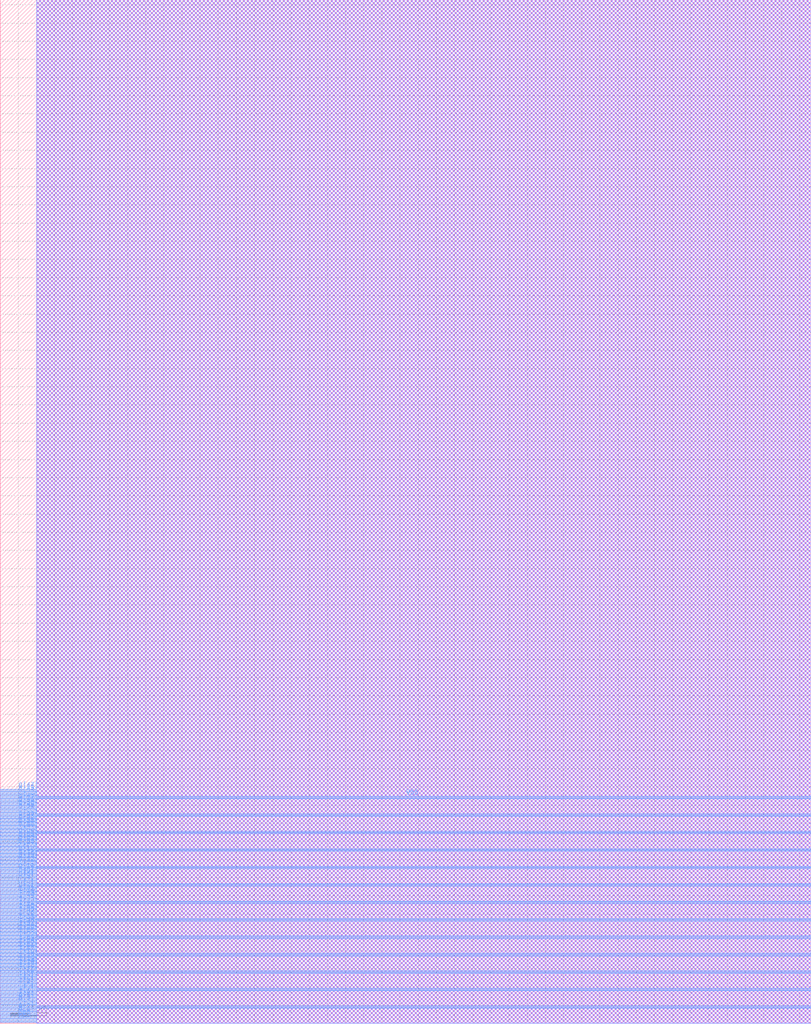
<source format=lef>
VERSION 5.6 ;
BUSBITCHARS "[]" ;
DIVIDERCHAR "/" ;

MACRO SRAM1RW256x48
  CLASS BLOCK ;
  ORIGIN 0 0 ;
  FOREIGN SRAM1RW256x48 0 0 ;
  SIZE 89.248 BY 112.552 ;
  SYMMETRY X Y ;
  SITE coreSite ;
  PIN VDD
    DIRECTION INOUT ;
    USE POWER ;
    PORT 
      LAYER M4 ;
        RECT 0.0 1.632 89.248 1.728 ;
        RECT 0.0 3.552 89.248 3.648 ;
        RECT 0.0 5.472 89.248 5.568 ;
        RECT 0.0 7.392 89.248 7.488 ;
        RECT 0.0 9.312 89.248 9.408 ;
        RECT 0.0 11.232 89.248 11.328 ;
        RECT 0.0 13.152 89.248 13.248 ;
        RECT 0.0 15.072 89.248 15.168 ;
        RECT 0.0 16.992 89.248 17.088 ;
        RECT 0.0 18.912 89.248 19.008 ;
        RECT 0.0 20.832 89.248 20.928 ;
        RECT 0.0 22.752 89.248 22.848 ;
        RECT 0.0 24.672 89.248 24.768 ;
    END 
  END VDD
  PIN VSS
    DIRECTION INOUT ;
    USE GROUND ;
    PORT 
      LAYER M4 ;
        RECT 0.0 1.824 89.248 1.92 ;
        RECT 0.0 3.744 89.248 3.84 ;
        RECT 0.0 5.664 89.248 5.76 ;
        RECT 0.0 7.584 89.248 7.68 ;
        RECT 0.0 9.504 89.248 9.6 ;
        RECT 0.0 11.424 89.248 11.52 ;
        RECT 0.0 13.344 89.248 13.44 ;
        RECT 0.0 15.264 89.248 15.36 ;
        RECT 0.0 17.184 89.248 17.28 ;
        RECT 0.0 19.104 89.248 19.2 ;
        RECT 0.0 21.024 89.248 21.12 ;
        RECT 0.0 22.944 89.248 23.04 ;
        RECT 0.0 24.864 89.248 24.96 ;
    END 
  END VSS
  PIN CE
    DIRECTION INPUT ;
    USE SIGNAL ;
    PORT 
      LAYER M4 ;
        RECT 0.0 0.096 4.0 0.192 ;
    END 
  END CE
  PIN WEB
    DIRECTION INPUT ;
    USE SIGNAL ;
    PORT 
      LAYER M4 ;
        RECT 0.0 0.288 4.0 0.384 ;
    END 
  END WEB
  PIN OEB
    DIRECTION INPUT ;
    USE SIGNAL ;
    PORT 
      LAYER M4 ;
        RECT 0.0 0.48 4.0 0.576 ;
    END 
  END OEB
  PIN CSB
    DIRECTION INPUT ;
    USE SIGNAL ;
    PORT 
      LAYER M4 ;
        RECT 0.0 0.672 4.0 0.768 ;
    END 
  END CSB
  PIN A[0]
    DIRECTION INPUT ;
    USE SIGNAL ;
    PORT 
      LAYER M4 ;
        RECT 0.0 0.864 4.0 0.96 ;
    END 
  END A[0]
  PIN A[1]
    DIRECTION INPUT ;
    USE SIGNAL ;
    PORT 
      LAYER M4 ;
        RECT 0.0 1.056 4.0 1.152 ;
    END 
  END A[1]
  PIN A[2]
    DIRECTION INPUT ;
    USE SIGNAL ;
    PORT 
      LAYER M4 ;
        RECT 0.0 1.248 4.0 1.344 ;
    END 
  END A[2]
  PIN A[3]
    DIRECTION INPUT ;
    USE SIGNAL ;
    PORT 
      LAYER M4 ;
        RECT 0.0 1.44 4.0 1.536 ;
    END 
  END A[3]
  PIN A[4]
    DIRECTION INPUT ;
    USE SIGNAL ;
    PORT 
      LAYER M4 ;
        RECT 0.0 2.016 4.0 2.112 ;
    END 
  END A[4]
  PIN A[5]
    DIRECTION INPUT ;
    USE SIGNAL ;
    PORT 
      LAYER M4 ;
        RECT 0.0 2.208 4.0 2.304 ;
    END 
  END A[5]
  PIN A[6]
    DIRECTION INPUT ;
    USE SIGNAL ;
    PORT 
      LAYER M4 ;
        RECT 0.0 2.4 4.0 2.496 ;
    END 
  END A[6]
  PIN A[7]
    DIRECTION INPUT ;
    USE SIGNAL ;
    PORT 
      LAYER M4 ;
        RECT 0.0 2.592 4.0 2.688 ;
    END 
  END A[7]
  PIN I[0]
    DIRECTION INPUT ;
    USE SIGNAL ;
    PORT 
      LAYER M4 ;
        RECT 0.0 2.784 4.0 2.88 ;
    END 
  END I[0]
  PIN I[1]
    DIRECTION INPUT ;
    USE SIGNAL ;
    PORT 
      LAYER M4 ;
        RECT 0.0 2.976 4.0 3.072 ;
    END 
  END I[1]
  PIN I[2]
    DIRECTION INPUT ;
    USE SIGNAL ;
    PORT 
      LAYER M4 ;
        RECT 0.0 3.168 4.0 3.264 ;
    END 
  END I[2]
  PIN I[3]
    DIRECTION INPUT ;
    USE SIGNAL ;
    PORT 
      LAYER M4 ;
        RECT 0.0 3.36 4.0 3.456 ;
    END 
  END I[3]
  PIN I[4]
    DIRECTION INPUT ;
    USE SIGNAL ;
    PORT 
      LAYER M4 ;
        RECT 0.0 3.936 4.0 4.032 ;
    END 
  END I[4]
  PIN I[5]
    DIRECTION INPUT ;
    USE SIGNAL ;
    PORT 
      LAYER M4 ;
        RECT 0.0 4.128 4.0 4.224 ;
    END 
  END I[5]
  PIN I[6]
    DIRECTION INPUT ;
    USE SIGNAL ;
    PORT 
      LAYER M4 ;
        RECT 0.0 4.32 4.0 4.416 ;
    END 
  END I[6]
  PIN I[7]
    DIRECTION INPUT ;
    USE SIGNAL ;
    PORT 
      LAYER M4 ;
        RECT 0.0 4.512 4.0 4.608 ;
    END 
  END I[7]
  PIN I[8]
    DIRECTION INPUT ;
    USE SIGNAL ;
    PORT 
      LAYER M4 ;
        RECT 0.0 4.704 4.0 4.8 ;
    END 
  END I[8]
  PIN I[9]
    DIRECTION INPUT ;
    USE SIGNAL ;
    PORT 
      LAYER M4 ;
        RECT 0.0 4.896 4.0 4.992 ;
    END 
  END I[9]
  PIN I[10]
    DIRECTION INPUT ;
    USE SIGNAL ;
    PORT 
      LAYER M4 ;
        RECT 0.0 5.088 4.0 5.184 ;
    END 
  END I[10]
  PIN I[11]
    DIRECTION INPUT ;
    USE SIGNAL ;
    PORT 
      LAYER M4 ;
        RECT 0.0 5.28 4.0 5.376 ;
    END 
  END I[11]
  PIN I[12]
    DIRECTION INPUT ;
    USE SIGNAL ;
    PORT 
      LAYER M4 ;
        RECT 0.0 5.856 4.0 5.952 ;
    END 
  END I[12]
  PIN I[13]
    DIRECTION INPUT ;
    USE SIGNAL ;
    PORT 
      LAYER M4 ;
        RECT 0.0 6.048 4.0 6.144 ;
    END 
  END I[13]
  PIN I[14]
    DIRECTION INPUT ;
    USE SIGNAL ;
    PORT 
      LAYER M4 ;
        RECT 0.0 6.24 4.0 6.336 ;
    END 
  END I[14]
  PIN I[15]
    DIRECTION INPUT ;
    USE SIGNAL ;
    PORT 
      LAYER M4 ;
        RECT 0.0 6.432 4.0 6.528 ;
    END 
  END I[15]
  PIN I[16]
    DIRECTION INPUT ;
    USE SIGNAL ;
    PORT 
      LAYER M4 ;
        RECT 0.0 6.624 4.0 6.72 ;
    END 
  END I[16]
  PIN I[17]
    DIRECTION INPUT ;
    USE SIGNAL ;
    PORT 
      LAYER M4 ;
        RECT 0.0 6.816 4.0 6.912 ;
    END 
  END I[17]
  PIN I[18]
    DIRECTION INPUT ;
    USE SIGNAL ;
    PORT 
      LAYER M4 ;
        RECT 0.0 7.008 4.0 7.104 ;
    END 
  END I[18]
  PIN I[19]
    DIRECTION INPUT ;
    USE SIGNAL ;
    PORT 
      LAYER M4 ;
        RECT 0.0 7.2 4.0 7.296 ;
    END 
  END I[19]
  PIN I[20]
    DIRECTION INPUT ;
    USE SIGNAL ;
    PORT 
      LAYER M4 ;
        RECT 0.0 7.776 4.0 7.872 ;
    END 
  END I[20]
  PIN I[21]
    DIRECTION INPUT ;
    USE SIGNAL ;
    PORT 
      LAYER M4 ;
        RECT 0.0 7.968 4.0 8.064 ;
    END 
  END I[21]
  PIN I[22]
    DIRECTION INPUT ;
    USE SIGNAL ;
    PORT 
      LAYER M4 ;
        RECT 0.0 8.16 4.0 8.256 ;
    END 
  END I[22]
  PIN I[23]
    DIRECTION INPUT ;
    USE SIGNAL ;
    PORT 
      LAYER M4 ;
        RECT 0.0 8.352 4.0 8.448 ;
    END 
  END I[23]
  PIN I[24]
    DIRECTION INPUT ;
    USE SIGNAL ;
    PORT 
      LAYER M4 ;
        RECT 0.0 8.544 4.0 8.64 ;
    END 
  END I[24]
  PIN I[25]
    DIRECTION INPUT ;
    USE SIGNAL ;
    PORT 
      LAYER M4 ;
        RECT 0.0 8.736 4.0 8.832 ;
    END 
  END I[25]
  PIN I[26]
    DIRECTION INPUT ;
    USE SIGNAL ;
    PORT 
      LAYER M4 ;
        RECT 0.0 8.928 4.0 9.024 ;
    END 
  END I[26]
  PIN I[27]
    DIRECTION INPUT ;
    USE SIGNAL ;
    PORT 
      LAYER M4 ;
        RECT 0.0 9.12 4.0 9.216 ;
    END 
  END I[27]
  PIN I[28]
    DIRECTION INPUT ;
    USE SIGNAL ;
    PORT 
      LAYER M4 ;
        RECT 0.0 9.696 4.0 9.792 ;
    END 
  END I[28]
  PIN I[29]
    DIRECTION INPUT ;
    USE SIGNAL ;
    PORT 
      LAYER M4 ;
        RECT 0.0 9.888 4.0 9.984 ;
    END 
  END I[29]
  PIN I[30]
    DIRECTION INPUT ;
    USE SIGNAL ;
    PORT 
      LAYER M4 ;
        RECT 0.0 10.08 4.0 10.176 ;
    END 
  END I[30]
  PIN I[31]
    DIRECTION INPUT ;
    USE SIGNAL ;
    PORT 
      LAYER M4 ;
        RECT 0.0 10.272 4.0 10.368 ;
    END 
  END I[31]
  PIN I[32]
    DIRECTION INPUT ;
    USE SIGNAL ;
    PORT 
      LAYER M4 ;
        RECT 0.0 10.464 4.0 10.56 ;
    END 
  END I[32]
  PIN I[33]
    DIRECTION INPUT ;
    USE SIGNAL ;
    PORT 
      LAYER M4 ;
        RECT 0.0 10.656 4.0 10.752 ;
    END 
  END I[33]
  PIN I[34]
    DIRECTION INPUT ;
    USE SIGNAL ;
    PORT 
      LAYER M4 ;
        RECT 0.0 10.848 4.0 10.944 ;
    END 
  END I[34]
  PIN I[35]
    DIRECTION INPUT ;
    USE SIGNAL ;
    PORT 
      LAYER M4 ;
        RECT 0.0 11.04 4.0 11.136 ;
    END 
  END I[35]
  PIN I[36]
    DIRECTION INPUT ;
    USE SIGNAL ;
    PORT 
      LAYER M4 ;
        RECT 0.0 11.616 4.0 11.712 ;
    END 
  END I[36]
  PIN I[37]
    DIRECTION INPUT ;
    USE SIGNAL ;
    PORT 
      LAYER M4 ;
        RECT 0.0 11.808 4.0 11.904 ;
    END 
  END I[37]
  PIN I[38]
    DIRECTION INPUT ;
    USE SIGNAL ;
    PORT 
      LAYER M4 ;
        RECT 0.0 12.0 4.0 12.096 ;
    END 
  END I[38]
  PIN I[39]
    DIRECTION INPUT ;
    USE SIGNAL ;
    PORT 
      LAYER M4 ;
        RECT 0.0 12.192 4.0 12.288 ;
    END 
  END I[39]
  PIN I[40]
    DIRECTION INPUT ;
    USE SIGNAL ;
    PORT 
      LAYER M4 ;
        RECT 0.0 12.384 4.0 12.48 ;
    END 
  END I[40]
  PIN I[41]
    DIRECTION INPUT ;
    USE SIGNAL ;
    PORT 
      LAYER M4 ;
        RECT 0.0 12.576 4.0 12.672 ;
    END 
  END I[41]
  PIN I[42]
    DIRECTION INPUT ;
    USE SIGNAL ;
    PORT 
      LAYER M4 ;
        RECT 0.0 12.768 4.0 12.864 ;
    END 
  END I[42]
  PIN I[43]
    DIRECTION INPUT ;
    USE SIGNAL ;
    PORT 
      LAYER M4 ;
        RECT 0.0 12.96 4.0 13.056 ;
    END 
  END I[43]
  PIN I[44]
    DIRECTION INPUT ;
    USE SIGNAL ;
    PORT 
      LAYER M4 ;
        RECT 0.0 13.536 4.0 13.632 ;
    END 
  END I[44]
  PIN I[45]
    DIRECTION INPUT ;
    USE SIGNAL ;
    PORT 
      LAYER M4 ;
        RECT 0.0 13.728 4.0 13.824 ;
    END 
  END I[45]
  PIN I[46]
    DIRECTION INPUT ;
    USE SIGNAL ;
    PORT 
      LAYER M4 ;
        RECT 0.0 13.92 4.0 14.016 ;
    END 
  END I[46]
  PIN I[47]
    DIRECTION INPUT ;
    USE SIGNAL ;
    PORT 
      LAYER M4 ;
        RECT 0.0 14.112 4.0 14.208 ;
    END 
  END I[47]
  PIN O[0]
    DIRECTION OUTPUT ;
    USE SIGNAL ;
    PORT 
      LAYER M4 ;
        RECT 0.0 14.304 4.0 14.4 ;
    END 
  END O[0]
  PIN O[1]
    DIRECTION OUTPUT ;
    USE SIGNAL ;
    PORT 
      LAYER M4 ;
        RECT 0.0 14.496 4.0 14.592 ;
    END 
  END O[1]
  PIN O[2]
    DIRECTION OUTPUT ;
    USE SIGNAL ;
    PORT 
      LAYER M4 ;
        RECT 0.0 14.688 4.0 14.784 ;
    END 
  END O[2]
  PIN O[3]
    DIRECTION OUTPUT ;
    USE SIGNAL ;
    PORT 
      LAYER M4 ;
        RECT 0.0 14.88 4.0 14.976 ;
    END 
  END O[3]
  PIN O[4]
    DIRECTION OUTPUT ;
    USE SIGNAL ;
    PORT 
      LAYER M4 ;
        RECT 0.0 15.456 4.0 15.552 ;
    END 
  END O[4]
  PIN O[5]
    DIRECTION OUTPUT ;
    USE SIGNAL ;
    PORT 
      LAYER M4 ;
        RECT 0.0 15.648 4.0 15.744 ;
    END 
  END O[5]
  PIN O[6]
    DIRECTION OUTPUT ;
    USE SIGNAL ;
    PORT 
      LAYER M4 ;
        RECT 0.0 15.84 4.0 15.936 ;
    END 
  END O[6]
  PIN O[7]
    DIRECTION OUTPUT ;
    USE SIGNAL ;
    PORT 
      LAYER M4 ;
        RECT 0.0 16.032 4.0 16.128 ;
    END 
  END O[7]
  PIN O[8]
    DIRECTION OUTPUT ;
    USE SIGNAL ;
    PORT 
      LAYER M4 ;
        RECT 0.0 16.224 4.0 16.32 ;
    END 
  END O[8]
  PIN O[9]
    DIRECTION OUTPUT ;
    USE SIGNAL ;
    PORT 
      LAYER M4 ;
        RECT 0.0 16.416 4.0 16.512 ;
    END 
  END O[9]
  PIN O[10]
    DIRECTION OUTPUT ;
    USE SIGNAL ;
    PORT 
      LAYER M4 ;
        RECT 0.0 16.608 4.0 16.704 ;
    END 
  END O[10]
  PIN O[11]
    DIRECTION OUTPUT ;
    USE SIGNAL ;
    PORT 
      LAYER M4 ;
        RECT 0.0 16.8 4.0 16.896 ;
    END 
  END O[11]
  PIN O[12]
    DIRECTION OUTPUT ;
    USE SIGNAL ;
    PORT 
      LAYER M4 ;
        RECT 0.0 17.376 4.0 17.472 ;
    END 
  END O[12]
  PIN O[13]
    DIRECTION OUTPUT ;
    USE SIGNAL ;
    PORT 
      LAYER M4 ;
        RECT 0.0 17.568 4.0 17.664 ;
    END 
  END O[13]
  PIN O[14]
    DIRECTION OUTPUT ;
    USE SIGNAL ;
    PORT 
      LAYER M4 ;
        RECT 0.0 17.76 4.0 17.856 ;
    END 
  END O[14]
  PIN O[15]
    DIRECTION OUTPUT ;
    USE SIGNAL ;
    PORT 
      LAYER M4 ;
        RECT 0.0 17.952 4.0 18.048 ;
    END 
  END O[15]
  PIN O[16]
    DIRECTION OUTPUT ;
    USE SIGNAL ;
    PORT 
      LAYER M4 ;
        RECT 0.0 18.144 4.0 18.24 ;
    END 
  END O[16]
  PIN O[17]
    DIRECTION OUTPUT ;
    USE SIGNAL ;
    PORT 
      LAYER M4 ;
        RECT 0.0 18.336 4.0 18.432 ;
    END 
  END O[17]
  PIN O[18]
    DIRECTION OUTPUT ;
    USE SIGNAL ;
    PORT 
      LAYER M4 ;
        RECT 0.0 18.528 4.0 18.624 ;
    END 
  END O[18]
  PIN O[19]
    DIRECTION OUTPUT ;
    USE SIGNAL ;
    PORT 
      LAYER M4 ;
        RECT 0.0 18.72 4.0 18.816 ;
    END 
  END O[19]
  PIN O[20]
    DIRECTION OUTPUT ;
    USE SIGNAL ;
    PORT 
      LAYER M4 ;
        RECT 0.0 19.296 4.0 19.392 ;
    END 
  END O[20]
  PIN O[21]
    DIRECTION OUTPUT ;
    USE SIGNAL ;
    PORT 
      LAYER M4 ;
        RECT 0.0 19.488 4.0 19.584 ;
    END 
  END O[21]
  PIN O[22]
    DIRECTION OUTPUT ;
    USE SIGNAL ;
    PORT 
      LAYER M4 ;
        RECT 0.0 19.68 4.0 19.776 ;
    END 
  END O[22]
  PIN O[23]
    DIRECTION OUTPUT ;
    USE SIGNAL ;
    PORT 
      LAYER M4 ;
        RECT 0.0 19.872 4.0 19.968 ;
    END 
  END O[23]
  PIN O[24]
    DIRECTION OUTPUT ;
    USE SIGNAL ;
    PORT 
      LAYER M4 ;
        RECT 0.0 20.064 4.0 20.16 ;
    END 
  END O[24]
  PIN O[25]
    DIRECTION OUTPUT ;
    USE SIGNAL ;
    PORT 
      LAYER M4 ;
        RECT 0.0 20.256 4.0 20.352 ;
    END 
  END O[25]
  PIN O[26]
    DIRECTION OUTPUT ;
    USE SIGNAL ;
    PORT 
      LAYER M4 ;
        RECT 0.0 20.448 4.0 20.544 ;
    END 
  END O[26]
  PIN O[27]
    DIRECTION OUTPUT ;
    USE SIGNAL ;
    PORT 
      LAYER M4 ;
        RECT 0.0 20.64 4.0 20.736 ;
    END 
  END O[27]
  PIN O[28]
    DIRECTION OUTPUT ;
    USE SIGNAL ;
    PORT 
      LAYER M4 ;
        RECT 0.0 21.216 4.0 21.312 ;
    END 
  END O[28]
  PIN O[29]
    DIRECTION OUTPUT ;
    USE SIGNAL ;
    PORT 
      LAYER M4 ;
        RECT 0.0 21.408 4.0 21.504 ;
    END 
  END O[29]
  PIN O[30]
    DIRECTION OUTPUT ;
    USE SIGNAL ;
    PORT 
      LAYER M4 ;
        RECT 0.0 21.6 4.0 21.696 ;
    END 
  END O[30]
  PIN O[31]
    DIRECTION OUTPUT ;
    USE SIGNAL ;
    PORT 
      LAYER M4 ;
        RECT 0.0 21.792 4.0 21.888 ;
    END 
  END O[31]
  PIN O[32]
    DIRECTION OUTPUT ;
    USE SIGNAL ;
    PORT 
      LAYER M4 ;
        RECT 0.0 21.984 4.0 22.08 ;
    END 
  END O[32]
  PIN O[33]
    DIRECTION OUTPUT ;
    USE SIGNAL ;
    PORT 
      LAYER M4 ;
        RECT 0.0 22.176 4.0 22.272 ;
    END 
  END O[33]
  PIN O[34]
    DIRECTION OUTPUT ;
    USE SIGNAL ;
    PORT 
      LAYER M4 ;
        RECT 0.0 22.368 4.0 22.464 ;
    END 
  END O[34]
  PIN O[35]
    DIRECTION OUTPUT ;
    USE SIGNAL ;
    PORT 
      LAYER M4 ;
        RECT 0.0 22.56 4.0 22.656 ;
    END 
  END O[35]
  PIN O[36]
    DIRECTION OUTPUT ;
    USE SIGNAL ;
    PORT 
      LAYER M4 ;
        RECT 0.0 23.136 4.0 23.232 ;
    END 
  END O[36]
  PIN O[37]
    DIRECTION OUTPUT ;
    USE SIGNAL ;
    PORT 
      LAYER M4 ;
        RECT 0.0 23.328 4.0 23.424 ;
    END 
  END O[37]
  PIN O[38]
    DIRECTION OUTPUT ;
    USE SIGNAL ;
    PORT 
      LAYER M4 ;
        RECT 0.0 23.52 4.0 23.616 ;
    END 
  END O[38]
  PIN O[39]
    DIRECTION OUTPUT ;
    USE SIGNAL ;
    PORT 
      LAYER M4 ;
        RECT 0.0 23.712 4.0 23.808 ;
    END 
  END O[39]
  PIN O[40]
    DIRECTION OUTPUT ;
    USE SIGNAL ;
    PORT 
      LAYER M4 ;
        RECT 0.0 23.904 4.0 24.0 ;
    END 
  END O[40]
  PIN O[41]
    DIRECTION OUTPUT ;
    USE SIGNAL ;
    PORT 
      LAYER M4 ;
        RECT 0.0 24.096 4.0 24.192 ;
    END 
  END O[41]
  PIN O[42]
    DIRECTION OUTPUT ;
    USE SIGNAL ;
    PORT 
      LAYER M4 ;
        RECT 0.0 24.288 4.0 24.384 ;
    END 
  END O[42]
  PIN O[43]
    DIRECTION OUTPUT ;
    USE SIGNAL ;
    PORT 
      LAYER M4 ;
        RECT 0.0 24.48 4.0 24.576 ;
    END 
  END O[43]
  PIN O[44]
    DIRECTION OUTPUT ;
    USE SIGNAL ;
    PORT 
      LAYER M4 ;
        RECT 0.0 25.056 4.0 25.152 ;
    END 
  END O[44]
  PIN O[45]
    DIRECTION OUTPUT ;
    USE SIGNAL ;
    PORT 
      LAYER M4 ;
        RECT 0.0 25.248 4.0 25.344 ;
    END 
  END O[45]
  PIN O[46]
    DIRECTION OUTPUT ;
    USE SIGNAL ;
    PORT 
      LAYER M4 ;
        RECT 0.0 25.44 4.0 25.536 ;
    END 
  END O[46]
  PIN O[47]
    DIRECTION OUTPUT ;
    USE SIGNAL ;
    PORT 
      LAYER M4 ;
        RECT 0.0 25.632 4.0 25.728 ;
    END 
  END O[47]
  OBS 
    LAYER M1 ;
      RECT 4.0 0.0 89.248 112.552 ;
    LAYER M2 ;
      RECT 4.0 0.0 89.248 112.552 ;
    LAYER M3 ;
      RECT 4.0 0.0 89.248 112.552 ;
  END 
END SRAM1RW256x48

END LIBRARY
</source>
